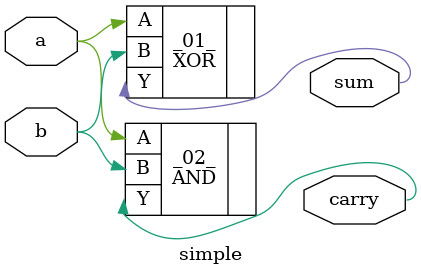
<source format=v>
module simple (
    a,
    b,
    sum,
    carry
);
  input a;
  wire a;
  input b;
  wire b;
  output sum;
  wire sum;
  output carry;
  wire carry;

  XOR _01_ (
      .A(a),
      .B(b),
      .Y(sum)
  );

  AND _02_ (
      .A(a),
      .B(b),
      .Y(carry)
  );

endmodule
</source>
